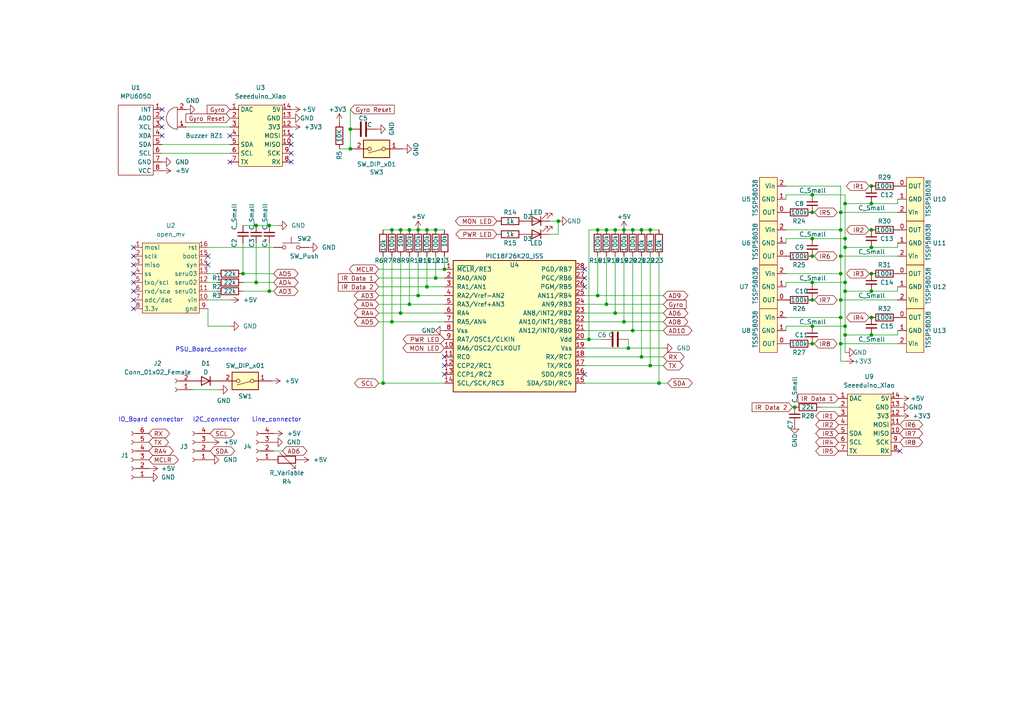
<source format=kicad_sch>
(kicad_sch (version 20211123) (generator eeschema)
  (paper "A4")
  (lib_symbols
    (symbol "Connector:Conn_01x02_Female" (pin_names (offset 1.016) hide)
      (property "Reference" "J" (at 0 2.54 0))
      (property "Value" "Conn_01x02_Female" (at 0 -5.08 0))
      (symbol "Conn_01x02_Female_1_1"
        (pin passive line (at -5.08 0 0) (length 3.81) (name "Pin_1") (number "1"))
        (pin passive line (at -5.08 -2.54 0) (length 3.81) (name "Pin_2") (number "2"))
      )
    )
    (symbol "Connector:Conn_01x04_Female" (pin_names (offset 1.016) hide)
      (property "Reference" "J" (at 0 5.08 0))
      (property "Value" "Conn_01x04_Female" (at 0 -7.62 0))
      (symbol "Conn_01x04_Female_1_1"
        (pin passive line (at -5.08 2.54 0) (length 3.81) (name "Pin_1") (number "1"))
        (pin passive line (at -5.08 0 0) (length 3.81) (name "Pin_2") (number "2"))
        (pin passive line (at -5.08 -2.54 0) (length 3.81) (name "Pin_3") (number "3"))
        (pin passive line (at -5.08 -5.08 0) (length 3.81) (name "Pin_4") (number "4"))
      )
    )
    (symbol "Connector:Conn_01x06_Female" (pin_names (offset 1.016) hide)
      (property "Reference" "J" (at 0 7.62 0))
      (property "Value" "Conn_01x06_Female" (at 0 -10.16 0))
      (symbol "Conn_01x06_Female_1_1"
        (pin passive line (at -5.08 5.08 0) (length 3.81) (name "Pin_1") (number "1"))
        (pin passive line (at -5.08 2.54 0) (length 3.81) (name "Pin_2") (number "2"))
        (pin passive line (at -5.08 0 0) (length 3.81) (name "Pin_3") (number "3"))
        (pin passive line (at -5.08 -2.54 0) (length 3.81) (name "Pin_4") (number "4"))
        (pin passive line (at -5.08 -5.08 0) (length 3.81) (name "Pin_5") (number "5"))
        (pin passive line (at -5.08 -7.62 0) (length 3.81) (name "Pin_6") (number "6"))
      )
    )
    (symbol "Device:Buzzer" (pin_names (offset 0.0254) hide)
      (property "Reference" "BZ" (at 3.81 1.27 0))
      (property "Value" "Buzzer" (at 3.81 -1.27 0))
      (symbol "Buzzer_1_1"
        (pin passive line (at -2.54 2.54 0) (length 2.54) (name "-") (number "1"))
        (pin passive line (at -2.54 -2.54 0) (length 2.54) (name "+") (number "2"))
      )
    )
    (symbol "Device:C" (pin_numbers hide) (pin_names (offset 0.254))
      (property "Reference" "C" (at 0.635 2.54 0))
      (property "Value" "C" (at 0.635 -2.54 0))
      (symbol "C_1_1"
        (pin passive line (at 0 3.81 270) (length 2.794) (name "~") (number "1"))
        (pin passive line (at 0 -3.81 90) (length 2.794) (name "~") (number "2"))
      )
    )
    (symbol "Device:C_Small" (pin_numbers hide) (pin_names (offset 0.254) hide)
      (property "Reference" "C" (at 0.254 1.778 0))
      (property "Value" "C_Small" (at 0.254 -2.032 0))
      (symbol "C_Small_1_1"
        (pin passive line (at 0 2.54 270) (length 2.032) (name "~") (number "1"))
        (pin passive line (at 0 -2.54 90) (length 2.032) (name "~") (number "2"))
      )
    )
    (symbol "Device:D" (pin_numbers hide) (pin_names (offset 1.016) hide)
      (property "Reference" "D" (at 0 2.54 0))
      (property "Value" "D" (at 0 -2.54 0))
      (symbol "D_1_1"
        (pin passive line (at -3.81 0 0) (length 2.54) (name "K") (number "1"))
        (pin passive line (at 3.81 0 180) (length 2.54) (name "A") (number "2"))
      )
    )
    (symbol "Device:LED" (pin_numbers hide) (pin_names (offset 1.016) hide)
      (property "Reference" "D" (at 0 2.54 0))
      (property "Value" "LED" (at 0 -2.54 0))
      (symbol "LED_1_1"
        (pin passive line (at -3.81 0 0) (length 2.54) (name "K") (number "1"))
        (pin passive line (at 3.81 0 180) (length 2.54) (name "A") (number "2"))
      )
    )
    (symbol "Device:R" (pin_numbers hide) (pin_names (offset 0))
      (property "Reference" "R" (at 2.032 0 90))
      (property "Value" "R" (at 0 0 90))
      (symbol "R_1_1"
        (pin passive line (at 0 3.81 270) (length 1.27) (name "~") (number "1"))
        (pin passive line (at 0 -3.81 90) (length 1.27) (name "~") (number "2"))
      )
    )
    (symbol "Device:R_Variable" (pin_numbers hide) (pin_names (offset 0))
      (property "Reference" "R" (at 2.54 -2.54 90))
      (property "Value" "R_Variable" (at -2.54 -1.27 90))
      (symbol "R_Variable_1_1"
        (pin passive line (at 0 3.81 270) (length 1.27) (name "~") (number "1"))
        (pin passive line (at 0 -3.81 90) (length 1.27) (name "~") (number "2"))
      )
    )
    (symbol "Switch:SW_DIP_x01" (pin_names (offset 0) hide)
      (property "Reference" "SW" (at 0 3.81 0))
      (property "Value" "SW_DIP_x01" (at 0 -3.81 0))
      (symbol "SW_DIP_x01_1_1"
        (pin passive line (at -7.62 0 0) (length 5.08) (name "~") (number "1"))
        (pin passive line (at 7.62 0 180) (length 5.08) (name "~") (number "2"))
      )
    )
    (symbol "Switch:SW_Push" (pin_numbers hide) (pin_names (offset 1.016) hide)
      (property "Reference" "SW" (at 1.27 2.54 0))
      (property "Value" "SW_Push" (at 0 -1.524 0))
      (symbol "SW_Push_0_1"
        (pin passive line (at -5.08 0 0) (length 2.54) (name "1") (number "1"))
        (pin passive line (at 5.08 0 180) (length 2.54) (name "2") (number "2"))
      )
    )
    (symbol "TSSP58038_1"
      (property "Reference" "U" (at 0 8.89 0))
      (property "Value" "TSSP58038_1" (at 0 6.35 0))
      (symbol "TSSP58038_1_1_1"
        (pin output line (at -3.81 -2.54 90) (length 2.54) (name "OUT") (number "0"))
        (pin input line (at 0 -2.54 90) (length 2.54) (name "GND") (number "1"))
        (pin power_in line (at 3.81 -2.54 90) (length 2.54) (name "Vin") (number "2"))
      )
    )
    (symbol "TSSP58038_2"
      (property "Reference" "U" (at 0 8.89 0))
      (property "Value" "TSSP58038_2" (at 0 6.35 0))
      (symbol "TSSP58038_2_1_1"
        (pin output line (at -3.81 -2.54 90) (length 2.54) (name "OUT") (number "0"))
        (pin input line (at 0 -2.54 90) (length 2.54) (name "GND") (number "1"))
        (pin power_in line (at 3.81 -2.54 90) (length 2.54) (name "Vin") (number "2"))
      )
    )
    (symbol "TSSP58038_3"
      (property "Reference" "U" (at 0 8.89 0))
      (property "Value" "TSSP58038_3" (at 0 6.35 0))
      (symbol "TSSP58038_3_1_1"
        (pin output line (at -3.81 -2.54 90) (length 2.54) (name "OUT") (number "0"))
        (pin input line (at 0 -2.54 90) (length 2.54) (name "GND") (number "1"))
        (pin power_in line (at 3.81 -2.54 90) (length 2.54) (name "Vin") (number "2"))
      )
    )
    (symbol "TSSP58038_4"
      (property "Reference" "U" (at 0 8.89 0))
      (property "Value" "TSSP58038_4" (at 0 6.35 0))
      (symbol "TSSP58038_4_1_1"
        (pin output line (at -3.81 -2.54 90) (length 2.54) (name "OUT") (number "0"))
        (pin input line (at 0 -2.54 90) (length 2.54) (name "GND") (number "1"))
        (pin power_in line (at 3.81 -2.54 90) (length 2.54) (name "Vin") (number "2"))
      )
    )
    (symbol "TSSP58038_7"
      (property "Reference" "U" (at 0 8.89 0))
      (property "Value" "TSSP58038_7" (at 0 6.35 0))
      (symbol "TSSP58038_7_1_1"
        (pin output line (at -3.81 -2.54 90) (length 2.54) (name "OUT") (number "0"))
        (pin input line (at 0 -2.54 90) (length 2.54) (name "GND") (number "1"))
        (pin power_in line (at 3.81 -2.54 90) (length 2.54) (name "Vin") (number "2"))
      )
    )
    (symbol "mpu6050:MPU6050"
      (property "Reference" "U" (at 0 2.54 0))
      (property "Value" "MPU6050" (at 0 0 0))
      (symbol "MPU6050_1_1"
        (pin bidirectional line (at 8.89 -13.97 90) (length 2.54) (name "INT") (number "1"))
        (pin bidirectional line (at 6.35 -13.97 90) (length 2.54) (name "ADO") (number "2"))
        (pin bidirectional line (at 3.81 -13.97 90) (length 2.54) (name "XCL") (number "3"))
        (pin bidirectional line (at 1.27 -13.97 90) (length 2.54) (name "XDA") (number "4"))
        (pin bidirectional line (at -1.27 -13.97 90) (length 2.54) (name "SDA") (number "5"))
        (pin bidirectional line (at -3.81 -13.97 90) (length 2.54) (name "SCL") (number "6"))
        (pin bidirectional line (at -6.35 -13.97 90) (length 2.54) (name "GND") (number "7"))
        (pin bidirectional line (at -8.89 -13.97 90) (length 2.54) (name "VCC") (number "8"))
      )
    )
    (symbol "open_mv:open_mv"
      (property "Reference" "U" (at 0 3.81 0))
      (property "Value" "open_mv" (at 0 1.27 0))
      (symbol "open_mv_1_1"
        (pin bidirectional line (at -11.43 -1.27 0) (length 2.54) (name "mosi") (number "1"))
        (pin power_out line (at 10.16 -16.51 180) (length 2.54) (name "vin") (number "10"))
        (pin bidirectional line (at 10.16 -13.97 180) (length 2.54) (name "seru01") (number "11"))
        (pin bidirectional line (at 10.16 -11.43 180) (length 2.54) (name "seru02") (number "12"))
        (pin bidirectional line (at 10.16 -8.89 180) (length 2.54) (name "seru03") (number "13"))
        (pin bidirectional line (at 10.16 -6.35 180) (length 2.54) (name "syn") (number "14"))
        (pin bidirectional line (at 10.16 -3.81 180) (length 2.54) (name "boot") (number "15"))
        (pin bidirectional line (at 10.16 -1.27 180) (length 2.54) (name "rst") (number "16"))
        (pin bidirectional line (at -11.43 -3.81 0) (length 2.54) (name "sclk") (number "2"))
        (pin bidirectional line (at -11.43 -6.35 0) (length 2.54) (name "miso") (number "3"))
        (pin bidirectional line (at -11.43 -8.89 0) (length 2.54) (name "ss") (number "4"))
        (pin bidirectional line (at -11.43 -11.43 0) (length 2.54) (name "txo/scl") (number "5"))
        (pin bidirectional line (at -11.43 -13.97 0) (length 2.54) (name "rxd/sca") (number "6"))
        (pin bidirectional line (at -11.43 -16.51 0) (length 2.54) (name "adc/dac") (number "7"))
        (pin power_out line (at -11.43 -19.05 0) (length 2.54) (name "3.3v") (number "8"))
        (pin bidirectional line (at 10.16 -19.05 180) (length 2.54) (name "gnd") (number "9"))
      )
    )
    (symbol "power:+3.3V" (power) (pin_names (offset 0))
      (property "Value" "+3.3V" (at 0 3.556 0))
      (symbol "+3.3V_1_1"
        (pin power_in line (at 0 0 90) (length 0) hide (name "+3V3") (number "1"))
      )
    )
    (symbol "power:+5V" (power) (pin_names (offset 0))
      (property "Value" "+5V" (at 0 3.556 0))
      (symbol "+5V_1_1"
        (pin power_in line (at 0 0 90) (length 0) hide (name "+5V") (number "1"))
      )
    )
    (symbol "power:GND" (power) (pin_names (offset 0))
      (property "Value" "GND" (at 0 -3.81 0))
      (symbol "GND_1_1"
        (pin power_in line (at 0 0 270) (length 0) hide (name "GND") (number "1"))
      )
    )
    (symbol "seeeduino_xiao:Seeeduino_Xiao"
      (property "Reference" "U" (at 0 12.7 0))
      (property "Value" "Seeeduino_Xiao" (at 0 10.16 0))
      (symbol "Seeeduino_Xiao_1_1"
        (pin bidirectional line (at -8.89 6.35 0) (length 2.54) (name "DAC") (number "1"))
        (pin bidirectional line (at 8.89 -3.81 180) (length 2.54) (name "MISO") (number "10"))
        (pin bidirectional line (at 8.89 -1.27 180) (length 2.54) (name "MOSI") (number "11"))
        (pin power_out line (at 8.89 1.27 180) (length 2.54) (name "3V3") (number "12"))
        (pin bidirectional line (at 8.89 3.81 180) (length 2.54) (name "GND") (number "13"))
        (pin power_in line (at 8.89 6.35 180) (length 2.54) (name "5V") (number "14"))
        (pin bidirectional line (at -8.89 3.81 0) (length 2.54) (name "") (number "2"))
        (pin bidirectional line (at -8.89 1.27 0) (length 2.54) (name "") (number "3"))
        (pin bidirectional line (at -8.89 -1.27 0) (length 2.54) (name "") (number "4"))
        (pin bidirectional line (at -8.89 -3.81 0) (length 2.54) (name "SDA") (number "5"))
        (pin bidirectional line (at -8.89 -6.35 0) (length 2.54) (name "SCL") (number "6"))
        (pin bidirectional line (at -8.89 -8.89 0) (length 2.54) (name "TX") (number "7"))
        (pin bidirectional line (at 8.89 -8.89 180) (length 2.54) (name "RX") (number "8"))
        (pin bidirectional line (at 8.89 -6.35 180) (length 2.54) (name "SCK") (number "9"))
      )
    )
    (symbol "tj3b pic:PIC18F26K20_ISS" (pin_names (offset 1.016))
      (property "Reference" "U" (at -17.78 24.13 0))
      (property "Value" "PIC18F26K20_ISS" (at 17.78 24.13 0))
      (symbol "PIC18F26K20_ISS_1_1"
        (pin bidirectional line (at -20.32 20.32 0) (length 2.54) (name "~{MCLR}/RE3") (number "1"))
        (pin input line (at -20.32 -2.54 0) (length 2.54) (name "RA6/OSC2/CLKOUT") (number "10"))
        (pin bidirectional line (at -20.32 -5.08 0) (length 2.54) (name "RC0") (number "11"))
        (pin bidirectional line (at -20.32 -7.62 0) (length 2.54) (name "CCP2/RC1") (number "12"))
        (pin bidirectional line (at -20.32 -10.16 0) (length 2.54) (name "CCP1/RC2") (number "13"))
        (pin bidirectional line (at -20.32 -12.7 0) (length 2.54) (name "SCL/SCK/RC3") (number "14"))
        (pin bidirectional line (at 20.32 -12.7 180) (length 2.54) (name "SDA/SDI/RC4") (number "15"))
        (pin bidirectional line (at 20.32 -10.16 180) (length 2.54) (name "SDO/RC5") (number "16"))
        (pin bidirectional line (at 20.32 -7.62 180) (length 2.54) (name "TX/RC6") (number "17"))
        (pin bidirectional line (at 20.32 -5.08 180) (length 2.54) (name "RX/RC7") (number "18"))
        (pin power_in line (at 20.32 -2.54 180) (length 2.54) (name "Vss") (number "19"))
        (pin bidirectional line (at -20.32 17.78 0) (length 2.54) (name "RA0/AN0") (number "2"))
        (pin power_in line (at 20.32 0 180) (length 2.54) (name "Vdd") (number "20"))
        (pin bidirectional line (at 20.32 2.54 180) (length 2.54) (name "AN12/INT0/RB0") (number "21"))
        (pin bidirectional line (at 20.32 5.08 180) (length 2.54) (name "AN10/INT1/RB1") (number "22"))
        (pin bidirectional line (at 20.32 7.62 180) (length 2.54) (name "AN8/INT2/RB2") (number "23"))
        (pin bidirectional line (at 20.32 10.16 180) (length 2.54) (name "AN9/RB3") (number "24"))
        (pin bidirectional line (at 20.32 12.7 180) (length 2.54) (name "AN11/RB4") (number "25"))
        (pin bidirectional line (at 20.32 15.24 180) (length 2.54) (name "PGM/RB5") (number "26"))
        (pin bidirectional line (at 20.32 17.78 180) (length 2.54) (name "PGC/RB6") (number "27"))
        (pin bidirectional line (at 20.32 20.32 180) (length 2.54) (name "PGD/RB7") (number "28"))
        (pin bidirectional line (at -20.32 15.24 0) (length 2.54) (name "RA1/AN1") (number "3"))
        (pin bidirectional line (at -20.32 12.7 0) (length 2.54) (name "RA2/Vref-AN2") (number "4"))
        (pin bidirectional line (at -20.32 10.16 0) (length 2.54) (name "RA3/Vref+AN3") (number "5"))
        (pin power_in line (at -20.32 7.62 0) (length 2.54) (name "RA4") (number "6"))
        (pin bidirectional line (at -20.32 5.08 0) (length 2.54) (name "RA5/AN4") (number "7"))
        (pin power_in line (at -20.32 2.54 0) (length 2.54) (name "Vss") (number "8"))
        (pin input line (at -20.32 0 0) (length 2.54) (name "RA7/OSC1/CLKIN") (number "9"))
      )
    )
  )
  (junction (at 70.485 79.375))
  (junction (at 126.365 66.675))
  (junction (at 245.11 69.215))
  (junction (at 74.295 65.405))
  (junction (at 243.84 92.075))
  (junction (at 235.585 56.515))
  (junction (at 252.73 71.755))
  (junction (at 183.515 95.885))
  (junction (at 243.84 99.695))
  (junction (at 74.295 81.915))
  (junction (at 161.925 64.135))
  (junction (at 123.825 83.185))
  (junction (at 111.125 111.125))
  (junction (at 235.585 81.915))
  (junction (at 78.105 84.455))
  (junction (at 252.73 66.675))
  (junction (at 101.6 43.18))
  (junction (at 173.355 85.725))
  (junction (at 178.435 90.805))
  (junction (at 118.745 88.265))
  (junction (at 245.11 84.455))
  (junction (at 245.11 94.615))
  (junction (at 123.825 66.675))
  (junction (at 173.355 66.675))
  (junction (at 126.365 80.645))
  (junction (at 186.055 66.675))
  (junction (at 121.285 66.675))
  (junction (at 116.205 90.805))
  (junction (at 235.585 61.595))
  (junction (at 252.73 97.155))
  (junction (at 186.055 103.505))
  (junction (at 170.815 98.425))
  (junction (at 191.135 111.125))
  (junction (at 245.11 59.055))
  (junction (at 78.105 65.405))
  (junction (at 116.205 66.675))
  (junction (at 235.585 74.295))
  (junction (at 113.665 93.345))
  (junction (at 243.84 79.375))
  (junction (at 183.515 66.675))
  (junction (at 252.73 79.375))
  (junction (at 252.73 53.975))
  (junction (at 245.11 97.155))
  (junction (at 252.73 59.055))
  (junction (at 243.84 61.595))
  (junction (at 178.435 66.675))
  (junction (at 235.585 94.615))
  (junction (at 235.585 86.995))
  (junction (at 188.595 106.045))
  (junction (at 180.975 66.675))
  (junction (at 243.84 66.675))
  (junction (at 128.905 78.105))
  (junction (at 101.6 37.465))
  (junction (at 252.73 84.455))
  (junction (at 188.595 66.675))
  (junction (at 182.245 100.965))
  (junction (at 245.11 81.915))
  (junction (at 175.895 66.675))
  (junction (at 113.665 66.675))
  (junction (at 235.585 99.695))
  (junction (at 121.285 85.725))
  (junction (at 243.84 86.995))
  (junction (at 252.73 92.075))
  (junction (at 245.11 71.755))
  (junction (at 180.975 93.345))
  (junction (at 243.84 74.295))
  (junction (at 235.585 69.215))
  (junction (at 118.745 66.675))
  (junction (at 175.895 88.265))
  (junction (at 230.505 118.11))
  (no_connect (at 128.905 108.585))
  (no_connect (at 38.735 74.295))
  (no_connect (at 38.735 76.835))
  (no_connect (at 46.99 39.37))
  (no_connect (at 46.99 36.83))
  (no_connect (at 46.99 34.29))
  (no_connect (at 46.99 31.75))
  (no_connect (at 169.545 108.585))
  (no_connect (at 38.735 71.755))
  (no_connect (at 260.985 130.81))
  (no_connect (at 66.675 46.99))
  (no_connect (at 84.455 44.45))
  (no_connect (at 84.455 41.91))
  (no_connect (at 84.455 46.99))
  (no_connect (at 66.675 39.37))
  (no_connect (at 84.455 39.37))
  (no_connect (at 38.735 86.995))
  (no_connect (at 38.735 79.375))
  (no_connect (at 128.905 106.045))
  (no_connect (at 60.325 74.295))
  (no_connect (at 169.545 80.645))
  (no_connect (at 38.735 84.455))
  (no_connect (at 38.735 81.915))
  (no_connect (at 128.905 103.505))
  (no_connect (at 169.545 83.185))
  (no_connect (at 38.735 89.535))
  (no_connect (at 60.325 76.835))
  (no_connect (at 169.545 78.105))
  (wire (pts (xy 245.11 71.755) (xy 245.11 81.915)))
  (wire (pts (xy 245.11 56.515) (xy 245.11 59.055)))
  (wire (pts (xy 74.295 81.915) (xy 70.485 81.915)))
  (wire (pts (xy 78.105 84.455) (xy 70.485 84.455)))
  (wire (pts (xy 109.855 78.105) (xy 128.905 78.105)))
  (wire (pts (xy 111.125 66.675) (xy 113.665 66.675)))
  (wire (pts (xy 243.84 74.295) (xy 260.35 74.295)))
  (wire (pts (xy 109.855 88.265) (xy 118.745 88.265)))
  (wire (pts (xy 123.825 83.185) (xy 128.905 83.185)))
  (wire (pts (xy 113.665 93.345) (xy 128.905 93.345)))
  (wire (pts (xy 252.095 66.675) (xy 252.73 66.675)))
  (wire (pts (xy 252.095 79.375) (xy 252.73 79.375)))
  (wire (pts (xy 245.11 69.215) (xy 245.11 71.755)))
  (wire (pts (xy 245.11 84.455) (xy 252.73 84.455)))
  (wire (pts (xy 169.545 106.045) (xy 188.595 106.045)))
  (wire (pts (xy 109.855 93.345) (xy 113.665 93.345)))
  (wire (pts (xy 227.965 53.975) (xy 243.84 53.975)))
  (wire (pts (xy 243.84 66.675) (xy 243.84 74.295)))
  (wire (pts (xy 227.965 81.915) (xy 235.585 81.915)))
  (wire (pts (xy 245.11 97.155) (xy 252.73 97.155)))
  (wire (pts (xy 186.055 103.505) (xy 192.405 103.505)))
  (wire (pts (xy 101.6 43.18) (xy 101.6 37.465)))
  (wire (pts (xy 260.35 84.455) (xy 260.35 83.185)))
  (wire (pts (xy 227.965 95.885) (xy 227.965 94.615)))
  (wire (pts (xy 245.11 104.775) (xy 243.84 104.775)))
  (wire (pts (xy 173.355 66.675) (xy 175.895 66.675)))
  (wire (pts (xy 169.545 95.885) (xy 183.515 95.885)))
  (wire (pts (xy 260.35 97.155) (xy 252.73 97.155)))
  (wire (pts (xy 62.865 84.455) (xy 60.325 84.455)))
  (wire (pts (xy 53.975 36.83) (xy 66.675 36.83)))
  (wire (pts (xy 243.84 86.995) (xy 260.35 86.995)))
  (wire (pts (xy 178.435 90.805) (xy 192.405 90.805)))
  (wire (pts (xy 126.365 80.645) (xy 128.905 80.645)))
  (wire (pts (xy 175.895 88.265) (xy 192.405 88.265)))
  (wire (pts (xy 159.385 67.945) (xy 161.925 67.945)))
  (wire (pts (xy 101.6 31.75) (xy 101.6 37.465)))
  (wire (pts (xy 235.585 69.215) (xy 245.11 69.215)))
  (wire (pts (xy 62.865 81.915) (xy 60.325 81.915)))
  (wire (pts (xy 188.595 74.295) (xy 188.595 106.045)))
  (wire (pts (xy 186.055 66.675) (xy 183.515 66.675)))
  (wire (pts (xy 236.22 74.295) (xy 235.585 74.295)))
  (wire (pts (xy 260.35 95.885) (xy 260.35 97.155)))
  (wire (pts (xy 243.84 74.295) (xy 243.84 79.375)))
  (wire (pts (xy 245.11 94.615) (xy 245.11 97.155)))
  (wire (pts (xy 78.105 70.485) (xy 78.105 84.455)))
  (wire (pts (xy 227.965 56.515) (xy 227.965 57.785)))
  (wire (pts (xy 180.975 74.295) (xy 180.975 93.345)))
  (wire (pts (xy 191.135 111.125) (xy 193.675 111.125)))
  (wire (pts (xy 227.965 69.215) (xy 235.585 69.215)))
  (wire (pts (xy 121.285 74.295) (xy 121.285 85.725)))
  (wire (pts (xy 173.355 85.725) (xy 192.405 85.725)))
  (wire (pts (xy 236.22 86.995) (xy 235.585 86.995)))
  (wire (pts (xy 245.11 97.155) (xy 245.11 102.235)))
  (wire (pts (xy 175.895 74.295) (xy 175.895 88.265)))
  (wire (pts (xy 74.295 65.405) (xy 78.105 65.405)))
  (wire (pts (xy 111.125 111.125) (xy 128.905 111.125)))
  (wire (pts (xy 159.385 64.135) (xy 161.925 64.135)))
  (wire (pts (xy 79.375 84.455) (xy 78.105 84.455)))
  (wire (pts (xy 245.11 59.055) (xy 245.11 69.215)))
  (wire (pts (xy 118.745 66.675) (xy 121.285 66.675)))
  (wire (pts (xy 243.84 104.775) (xy 243.84 99.695)))
  (wire (pts (xy 161.925 67.945) (xy 161.925 64.135)))
  (wire (pts (xy 188.595 66.675) (xy 191.135 66.675)))
  (wire (pts (xy 116.205 90.805) (xy 128.905 90.805)))
  (wire (pts (xy 169.545 103.505) (xy 186.055 103.505)))
  (wire (pts (xy 227.965 79.375) (xy 243.84 79.375)))
  (wire (pts (xy 126.365 66.675) (xy 128.905 66.675)))
  (wire (pts (xy 227.965 83.185) (xy 227.965 81.915)))
  (wire (pts (xy 260.35 59.055) (xy 260.35 57.785)))
  (wire (pts (xy 227.965 66.675) (xy 243.84 66.675)))
  (wire (pts (xy 109.855 83.185) (xy 123.825 83.185)))
  (wire (pts (xy 227.965 70.485) (xy 227.965 69.215)))
  (wire (pts (xy 173.355 85.725) (xy 169.545 85.725)))
  (wire (pts (xy 60.325 89.535) (xy 60.325 94.615)))
  (wire (pts (xy 109.855 111.125) (xy 111.125 111.125)))
  (wire (pts (xy 175.895 66.675) (xy 178.435 66.675)))
  (wire (pts (xy 229.87 118.11) (xy 230.505 118.11)))
  (wire (pts (xy 169.545 88.265) (xy 175.895 88.265)))
  (wire (pts (xy 169.545 90.805) (xy 178.435 90.805)))
  (wire (pts (xy 191.135 74.295) (xy 191.135 111.125)))
  (wire (pts (xy 70.485 65.405) (xy 74.295 65.405)))
  (wire (pts (xy 188.595 106.045) (xy 192.405 106.045)))
  (wire (pts (xy 182.245 100.965) (xy 192.405 100.965)))
  (wire (pts (xy 178.435 74.295) (xy 178.435 90.805)))
  (wire (pts (xy 243.84 79.375) (xy 243.84 86.995)))
  (wire (pts (xy 183.515 95.885) (xy 192.405 95.885)))
  (wire (pts (xy 245.11 84.455) (xy 245.11 94.615)))
  (wire (pts (xy 46.99 44.45) (xy 66.675 44.45)))
  (wire (pts (xy 260.35 70.485) (xy 260.35 71.755)))
  (wire (pts (xy 170.815 98.425) (xy 174.625 98.425)))
  (wire (pts (xy 243.84 92.075) (xy 243.84 99.695)))
  (wire (pts (xy 243.84 86.995) (xy 243.84 92.075)))
  (wire (pts (xy 98.425 43.18) (xy 101.6 43.18)))
  (wire (pts (xy 113.665 66.675) (xy 116.205 66.675)))
  (wire (pts (xy 245.11 71.755) (xy 252.73 71.755)))
  (wire (pts (xy 169.545 111.125) (xy 191.135 111.125)))
  (wire (pts (xy 111.125 74.295) (xy 111.125 111.125)))
  (wire (pts (xy 121.285 85.725) (xy 128.905 85.725)))
  (wire (pts (xy 243.84 61.595) (xy 243.84 66.675)))
  (wire (pts (xy 62.865 79.375) (xy 60.325 79.375)))
  (wire (pts (xy 236.22 61.595) (xy 235.585 61.595)))
  (wire (pts (xy 252.095 53.975) (xy 252.73 53.975)))
  (wire (pts (xy 180.975 66.675) (xy 183.515 66.675)))
  (wire (pts (xy 109.855 85.725) (xy 121.285 85.725)))
  (wire (pts (xy 78.105 65.405) (xy 80.645 65.405)))
  (wire (pts (xy 182.245 98.425) (xy 182.245 100.965)))
  (wire (pts (xy 116.205 66.675) (xy 118.745 66.675)))
  (wire (pts (xy 186.055 66.675) (xy 188.595 66.675)))
  (wire (pts (xy 123.825 66.675) (xy 126.365 66.675)))
  (wire (pts (xy 180.975 93.345) (xy 192.405 93.345)))
  (wire (pts (xy 170.815 66.675) (xy 173.355 66.675)))
  (wire (pts (xy 46.99 41.91) (xy 66.675 41.91)))
  (wire (pts (xy 252.73 71.755) (xy 260.35 71.755)))
  (wire (pts (xy 235.585 94.615) (xy 245.11 94.615)))
  (wire (pts (xy 183.515 74.295) (xy 183.515 95.885)))
  (wire (pts (xy 186.055 74.295) (xy 186.055 103.505)))
  (wire (pts (xy 109.855 90.805) (xy 116.205 90.805)))
  (wire (pts (xy 252.73 59.055) (xy 260.35 59.055)))
  (wire (pts (xy 118.745 88.265) (xy 128.905 88.265)))
  (wire (pts (xy 235.585 81.915) (xy 245.11 81.915)))
  (wire (pts (xy 79.375 79.375) (xy 70.485 79.375)))
  (wire (pts (xy 243.84 61.595) (xy 260.35 61.595)))
  (wire (pts (xy 235.585 56.515) (xy 245.11 56.515)))
  (wire (pts (xy 169.545 100.965) (xy 182.245 100.965)))
  (wire (pts (xy 109.855 80.645) (xy 126.365 80.645)))
  (wire (pts (xy 245.11 59.055) (xy 252.73 59.055)))
  (wire (pts (xy 170.815 98.425) (xy 170.815 66.675)))
  (wire (pts (xy 126.365 74.295) (xy 126.365 80.645)))
  (wire (pts (xy 252.095 92.075) (xy 252.73 92.075)))
  (wire (pts (xy 169.545 98.425) (xy 170.815 98.425)))
  (wire (pts (xy 236.22 99.695) (xy 235.585 99.695)))
  (wire (pts (xy 227.965 94.615) (xy 235.585 94.615)))
  (wire (pts (xy 252.73 84.455) (xy 260.35 84.455)))
  (wire (pts (xy 128.905 74.295) (xy 128.905 78.105)))
  (wire (pts (xy 169.545 93.345) (xy 180.975 93.345)))
  (wire (pts (xy 55.88 113.03) (xy 63.5 113.03)))
  (wire (pts (xy 79.375 130.81) (xy 81.915 130.81)))
  (wire (pts (xy 79.375 71.755) (xy 60.325 71.755)))
  (wire (pts (xy 118.745 74.295) (xy 118.745 88.265)))
  (wire (pts (xy 116.205 74.295) (xy 116.205 90.805)))
  (wire (pts (xy 74.295 70.485) (xy 74.295 81.915)))
  (wire (pts (xy 243.84 53.975) (xy 243.84 61.595)))
  (wire (pts (xy 173.355 74.295) (xy 173.355 85.725)))
  (wire (pts (xy 60.325 86.995) (xy 66.675 86.995)))
  (wire (pts (xy 123.825 74.295) (xy 123.825 83.185)))
  (wire (pts (xy 121.285 66.675) (xy 123.825 66.675)))
  (wire (pts (xy 113.665 74.295) (xy 113.665 93.345)))
  (wire (pts (xy 227.965 92.075) (xy 243.84 92.075)))
  (wire (pts (xy 243.84 99.695) (xy 260.35 99.695)))
  (wire (pts (xy 70.485 70.485) (xy 70.485 79.375)))
  (wire (pts (xy 178.435 66.675) (xy 180.975 66.675)))
  (wire (pts (xy 235.585 56.515) (xy 227.965 56.515)))
  (wire (pts (xy 238.125 118.11) (xy 243.205 118.11)))
  (wire (pts (xy 79.375 81.915) (xy 74.295 81.915)))
  (wire (pts (xy 60.325 94.615) (xy 66.675 94.615)))
  (wire (pts (xy 245.11 81.915) (xy 245.11 84.455)))
  (text "PSU_Board_connector" (at 50.8 102.235 0) (effects (font (size 1.27 1.27)) (justify left bottom)))
  (text "Line_connector" (at 73.025 122.555 0) (effects (font (size 1.27 1.27)) (justify left bottom)))
  (text "I2C_connector" (at 55.88 122.555 0) (effects (font (size 1.27 1.27)) (justify left bottom)))
  (text "IO_Board connector" (at 34.29 122.555 0) (effects (font (size 1.27 1.27)) (justify left bottom)))
  (global_label "IR3" (shape bidirectional) (at 252.095 79.375 180) (property "Intersheet References" "${INTERSHEET_REFS}" (effects hide)))
  (global_label "AD6" (shape bidirectional) (at 81.915 130.81 0) (property "Intersheet References" "${INTERSHEET_REFS}" (effects hide)))
  (global_label "PWR LED" (shape bidirectional) (at 128.905 98.425 180) (property "Intersheet References" "${INTERSHEET_REFS}" (effects hide)))
  (global_label "RX" (shape bidirectional) (at 192.405 103.505 0) (property "Intersheet References" "${INTERSHEET_REFS}" (effects hide)))
  (global_label "AD4" (shape bidirectional) (at 79.375 81.915 0) (property "Intersheet References" "${INTERSHEET_REFS}" (effects hide)))
  (global_label "Gyro Reset" (shape input) (at 66.675 34.29 180) (property "Intersheet References" "${INTERSHEET_REFS}" (effects hide)))
  (global_label "AD8" (shape bidirectional) (at 192.405 93.345 0) (property "Intersheet References" "${INTERSHEET_REFS}" (effects hide)))
  (global_label "Gyro Reset" (shape input) (at 101.6 31.75 0) (property "Intersheet References" "${INTERSHEET_REFS}" (effects hide)))
  (global_label "AD5" (shape bidirectional) (at 79.375 79.375 0) (property "Intersheet References" "${INTERSHEET_REFS}" (effects hide)))
  (global_label "IR2" (shape bidirectional) (at 252.095 66.675 180) (property "Intersheet References" "${INTERSHEET_REFS}" (effects hide)))
  (global_label "MON LED" (shape bidirectional) (at 128.905 100.965 180) (property "Intersheet References" "${INTERSHEET_REFS}" (effects hide)))
  (global_label "MCLR" (shape bidirectional) (at 43.18 133.35 0) (property "Intersheet References" "${INTERSHEET_REFS}" (effects hide)))
  (global_label "IR Data 2" (shape input) (at 109.855 83.185 180) (property "Intersheet References" "${INTERSHEET_REFS}" (effects hide)))
  (global_label "PWR LED" (shape bidirectional) (at 144.145 67.945 180) (property "Intersheet References" "${INTERSHEET_REFS}" (effects hide)))
  (global_label "IR4" (shape bidirectional) (at 252.095 92.075 180) (property "Intersheet References" "${INTERSHEET_REFS}" (effects hide)))
  (global_label "TX" (shape bidirectional) (at 192.405 106.045 0) (property "Intersheet References" "${INTERSHEET_REFS}" (effects hide)))
  (global_label "Gyro" (shape input) (at 192.405 88.265 0) (property "Intersheet References" "${INTERSHEET_REFS}" (effects hide)))
  (global_label "AD3" (shape bidirectional) (at 79.375 84.455 0) (property "Intersheet References" "${INTERSHEET_REFS}" (effects hide)))
  (global_label "AD5" (shape bidirectional) (at 109.855 93.345 180) (property "Intersheet References" "${INTERSHEET_REFS}" (effects hide)))
  (global_label "MON LED" (shape bidirectional) (at 144.145 64.135 180) (property "Intersheet References" "${INTERSHEET_REFS}" (effects hide)))
  (global_label "RX" (shape bidirectional) (at 43.18 125.73 0) (property "Intersheet References" "${INTERSHEET_REFS}" (effects hide)))
  (global_label "IR Data 1" (shape input) (at 243.205 115.57 180) (property "Intersheet References" "${INTERSHEET_REFS}" (effects hide)))
  (global_label "IR1" (shape bidirectional) (at 252.095 53.975 180) (property "Intersheet References" "${INTERSHEET_REFS}" (effects hide)))
  (global_label "AD6" (shape bidirectional) (at 192.405 90.805 0) (property "Intersheet References" "${INTERSHEET_REFS}" (effects hide)))
  (global_label "AD4" (shape bidirectional) (at 109.855 88.265 180) (property "Intersheet References" "${INTERSHEET_REFS}" (effects hide)))
  (global_label "SDA" (shape bidirectional) (at 60.96 130.81 0) (property "Intersheet References" "${INTERSHEET_REFS}" (effects hide)))
  (global_label "SCL" (shape bidirectional) (at 109.855 111.125 180) (property "Intersheet References" "${INTERSHEET_REFS}" (effects hide)))
  (global_label "IR3" (shape bidirectional) (at 243.205 125.73 180) (property "Intersheet References" "${INTERSHEET_REFS}" (effects hide)))
  (global_label "TX" (shape bidirectional) (at 43.18 128.27 0) (property "Intersheet References" "${INTERSHEET_REFS}" (effects hide)))
  (global_label "AD10" (shape bidirectional) (at 192.405 95.885 0) (property "Intersheet References" "${INTERSHEET_REFS}" (effects hide)))
  (global_label "IR2" (shape bidirectional) (at 243.205 123.19 180) (property "Intersheet References" "${INTERSHEET_REFS}" (effects hide)))
  (global_label "AD9" (shape bidirectional) (at 192.405 85.725 0) (property "Intersheet References" "${INTERSHEET_REFS}" (effects hide)))
  (global_label "AD3" (shape bidirectional) (at 109.855 85.725 180) (property "Intersheet References" "${INTERSHEET_REFS}" (effects hide)))
  (global_label "IR1" (shape bidirectional) (at 243.205 120.65 180) (property "Intersheet References" "${INTERSHEET_REFS}" (effects hide)))
  (global_label "IR8" (shape bidirectional) (at 260.985 128.27 0) (property "Intersheet References" "${INTERSHEET_REFS}" (effects hide)))
  (global_label "RA4" (shape bidirectional) (at 43.18 130.81 0) (property "Intersheet References" "${INTERSHEET_REFS}" (effects hide)))
  (global_label "IR4" (shape bidirectional) (at 243.205 128.27 180) (property "Intersheet References" "${INTERSHEET_REFS}" (effects hide)))
  (global_label "SCL" (shape bidirectional) (at 60.96 125.73 0) (property "Intersheet References" "${INTERSHEET_REFS}" (effects hide)))
  (global_label "IR6" (shape bidirectional) (at 236.22 74.295 0) (property "Intersheet References" "${INTERSHEET_REFS}" (effects hide)))
  (global_label "MCLR" (shape bidirectional) (at 109.855 78.105 180) (property "Intersheet References" "${INTERSHEET_REFS}" (effects hide)))
  (global_label "IR Data 2" (shape input) (at 229.87 118.11 180) (property "Intersheet References" "${INTERSHEET_REFS}" (effects hide)))
  (global_label "SDA" (shape bidirectional) (at 193.675 111.125 0) (property "Intersheet References" "${INTERSHEET_REFS}" (effects hide)))
  (global_label "IR7" (shape bidirectional) (at 236.22 86.995 0) (property "Intersheet References" "${INTERSHEET_REFS}" (effects hide)))
  (global_label "IR Data 1" (shape input) (at 109.855 80.645 180) (property "Intersheet References" "${INTERSHEET_REFS}" (effects hide)))
  (global_label "IR5" (shape bidirectional) (at 236.22 61.595 0) (property "Intersheet References" "${INTERSHEET_REFS}" (effects hide)))
  (global_label "RA4" (shape bidirectional) (at 109.855 90.805 180) (property "Intersheet References" "${INTERSHEET_REFS}" (effects hide)))
  (global_label "IR5" (shape bidirectional) (at 243.205 130.81 180) (property "Intersheet References" "${INTERSHEET_REFS}" (effects hide)))
  (global_label "IR8" (shape bidirectional) (at 236.22 99.695 0) (property "Intersheet References" "${INTERSHEET_REFS}" (effects hide)))
  (global_label "Gyro" (shape input) (at 66.675 31.75 180) (property "Intersheet References" "${INTERSHEET_REFS}" (effects hide)))
  (global_label "IR7" (shape bidirectional) (at 260.985 125.73 0) (property "Intersheet References" "${INTERSHEET_REFS}" (effects hide)))
  (global_label "IR6" (shape bidirectional) (at 260.985 123.19 0) (property "Intersheet References" "${INTERSHEET_REFS}" (effects hide)))
  (symbol (lib_id "power:GND") (at 89.535 71.755 90) (unit 1)
    (property "Reference" "#PWR019" (effects hide))
    (property "Value" "GND" (at 93.345 71.7549 90) (effects (justify right)))
  )
  (symbol (lib_id "Device:C_Small") (at 74.295 67.945 180) (unit 1)
    (property "Reference" "C3" (at 73.025 70.485 90))
    (property "Value" "C_Small" (at 73.025 62.865 90))
    (property "Footprint" "Capacitor_SMD:C_0402_1005Metric" (effects hide))
  )
  (symbol (lib_name "TSSP58038_7") (lib_id "ir_sensor:TSSP58038") (at 225.425 57.785 90) (unit 1)
    (property "Reference" "U5" (at 217.805 57.785 90) (effects (justify left)))
    (property "Value" "TSSP58038" (at 219.075 62.865 0) (effects (justify left)))
    (property "Footprint" "Lib:TSSP58038_IR" (effects hide))
  )
  (symbol (lib_id "Device:C_Small") (at 235.585 97.155 0) (unit 1)
    (property "Reference" "C11" (at 230.505 97.155 0) (effects (justify left)))
    (property "Value" "C_Small" (at 231.775 93.345 0) (effects (justify left)))
    (property "Footprint" "Capacitor_SMD:C_0402_1005Metric" (effects hide))
  )
  (symbol (lib_id "Connector:Conn_01x04_Female") (at 55.88 130.81 180) (unit 1)
    (property "Reference" "J3" (at 53.34 129.54 0))
    (property "Value" "Conn_01x04_Female" (effects hide))
    (property "Footprint" "Connector_JST:JST_XH_B4B-XH-A_1x04_P2.50mm_Vertical" (effects hide))
  )
  (symbol (lib_id "power:+5V") (at 46.99 49.53 270) (unit 1)
    (property "Reference" "#PWR04" (effects hide))
    (property "Value" "+5V" (at 50.8 49.5299 90) (effects (justify left)))
  )
  (symbol (lib_id "Switch:SW_DIP_x01") (at 71.12 110.49 180) (unit 1)
    (property "Reference" "SW1" (at 71.12 114.935 0))
    (property "Value" "SW_DIP_x01" (at 71.12 106.045 0))
    (property "Footprint" "Lib:2MS1T2B4M2QES" (effects hide))
  )
  (symbol (lib_id "Device:C_Small") (at 235.585 59.055 0) (unit 1)
    (property "Reference" "C8" (at 230.505 59.055 0) (effects (justify left)))
    (property "Value" "C_Small" (at 231.775 55.245 0) (effects (justify left)))
    (property "Footprint" "Capacitor_SMD:C_0402_1005Metric" (effects hide))
  )
  (symbol (lib_id "power:+5V") (at 180.975 66.675 0) (unit 1)
    (property "Reference" "#PWR026" (effects hide))
    (property "Value" "+5V" (at 180.975 62.865 0))
  )
  (symbol (lib_id "power:+5V") (at 60.96 128.27 270) (unit 1)
    (property "Reference" "#PWR06" (effects hide))
    (property "Value" "+5V" (at 64.77 128.2699 90) (effects (justify left)))
  )
  (symbol (lib_id "Connector:Conn_01x02_Female") (at 50.8 113.03 180) (unit 1)
    (property "Reference" "J2" (at 45.72 105.41 0))
    (property "Value" "Conn_01x02_Female" (at 45.72 107.95 0))
    (property "Footprint" "Connector_JST:JST_XH_B2B-XH-A_1x02_P2.50mm_Vertical" (effects hide))
  )
  (symbol (lib_id "Device:R") (at 191.135 70.485 0) (unit 1)
    (property "Reference" "R23" (at 188.595 75.565 0) (effects (justify left)))
    (property "Value" "10k" (at 191.135 73.025 90) (effects (justify left)))
    (property "Footprint" "Resistor_SMD:R_0402_1005Metric" (effects hide))
  )
  (symbol (lib_id "power:+5V") (at 121.285 66.675 0) (unit 1)
    (property "Reference" "#PWR023" (effects hide))
    (property "Value" "+5V" (at 121.285 62.865 0))
  )
  (symbol (lib_id "power:GND") (at 53.975 31.75 90) (unit 1)
    (property "Reference" "#PWR05" (effects hide))
    (property "Value" "GND" (at 55.88 29.21 90))
  )
  (symbol (lib_id "power:GND") (at 79.375 128.27 90) (unit 1)
    (property "Reference" "#PWR013" (effects hide))
    (property "Value" "GND" (at 83.185 128.2699 90) (effects (justify right)))
  )
  (symbol (lib_id "Device:C_Small") (at 252.73 56.515 0) (unit 1)
    (property "Reference" "C12" (at 255.27 56.515 0) (effects (justify left)))
    (property "Value" "C_Small" (at 248.92 60.325 0) (effects (justify left)))
    (property "Footprint" "Capacitor_SMD:C_0402_1005Metric" (effects hide))
  )
  (symbol (lib_id "Device:R_Variable") (at 83.185 133.35 270) (unit 1)
    (property "Reference" "R4" (at 83.185 139.7 90))
    (property "Value" "R_Variable" (at 83.185 137.16 90))
    (property "Footprint" "可変抵抗:可変抵抗(小)" (effects hide))
  )
  (symbol (lib_id "Device:R") (at 175.895 70.485 0) (unit 1)
    (property "Reference" "R17" (at 173.355 75.565 0) (effects (justify left)))
    (property "Value" "100k" (at 175.895 73.025 90) (effects (justify left)))
    (property "Footprint" "Resistor_SMD:R_0402_1005Metric" (effects hide))
  )
  (symbol (lib_name "TSSP58038_1") (lib_id "ir_sensor:TSSP58038") (at 262.89 95.885 270) (unit 1)
    (property "Reference" "U13" (at 270.51 95.885 90) (effects (justify left)))
    (property "Value" "TSSP58038" (at 269.24 90.17 0) (effects (justify left)))
    (property "Footprint" "Lib:TSSP58038_IR" (effects hide))
  )
  (symbol (lib_id "Device:LED") (at 155.575 64.135 180) (unit 1)
    (property "Reference" "D2" (at 153.035 62.865 0))
    (property "Value" "LED" (at 155.575 61.595 0))
    (property "Footprint" "LED_SMD:LED_0402_1005Metric" (effects hide))
  )
  (symbol (lib_id "Device:R") (at 256.54 66.675 90) (unit 1)
    (property "Reference" "R30" (at 256.54 64.135 90))
    (property "Value" "100k" (at 256.54 66.675 90))
    (property "Footprint" "Resistor_SMD:R_0402_1005Metric" (effects hide))
  )
  (symbol (lib_id "Device:D") (at 59.69 110.49 180) (unit 1)
    (property "Reference" "D1" (at 59.69 105.41 0))
    (property "Value" "D" (at 59.69 107.95 0))
    (property "Footprint" "Diode_THT:D_DO-41_SOD81_P7.62mm_Horizontal" (effects hide))
  )
  (symbol (lib_id "power:GND") (at 116.84 43.18 90) (unit 1)
    (property "Reference" "#PWR022" (effects hide))
    (property "Value" "GND" (at 120.65 41.275 0) (effects (justify right)))
  )
  (symbol (lib_id "Device:R") (at 66.675 84.455 90) (unit 1)
    (property "Reference" "R3" (at 62.865 85.725 90))
    (property "Value" "22k" (at 66.675 84.455 90))
    (property "Footprint" "Resistor_SMD:R_0402_1005Metric" (effects hide))
  )
  (symbol (lib_id "power:+5V") (at 78.74 110.49 270) (unit 1)
    (property "Reference" "#PWR011" (effects hide))
    (property "Value" "+5V" (at 82.55 110.4899 90) (effects (justify left)))
  )
  (symbol (lib_id "power:GND") (at 230.505 123.19 0) (unit 1)
    (property "Reference" "#PWR028" (effects hide))
    (property "Value" "GND" (at 230.505 125.73 90) (effects (justify right)))
  )
  (symbol (lib_id "power:+5V") (at 79.375 125.73 270) (unit 1)
    (property "Reference" "#PWR012" (effects hide))
    (property "Value" "+5V" (at 83.185 125.7299 90) (effects (justify left)))
  )
  (symbol (lib_id "power:+3.3V") (at 245.11 104.775 270) (unit 1)
    (property "Reference" "#PWR030" (effects hide))
    (property "Value" "+3.3V" (at 250.19 104.775 90))
  )
  (symbol (lib_id "power:+3.3V") (at 98.425 35.56 0) (unit 1)
    (property "Reference" "#PWR020" (effects hide))
    (property "Value" "+3.3V" (at 95.25 31.75 0) (effects (justify left)))
  )
  (symbol (lib_id "power:GND") (at 63.5 113.03 90) (unit 1)
    (property "Reference" "#PWR08" (effects hide))
    (property "Value" "GND" (at 62.865 116.205 90) (effects (justify right)))
  )
  (symbol (lib_id "Device:R") (at 231.775 61.595 90) (unit 1)
    (property "Reference" "R24" (at 231.775 64.135 90))
    (property "Value" "100k" (at 231.775 61.595 90))
    (property "Footprint" "Resistor_SMD:R_0402_1005Metric" (effects hide))
  )
  (symbol (lib_id "Device:C_Small") (at 230.505 120.65 180) (unit 1)
    (property "Reference" "C7" (at 229.235 123.19 90))
    (property "Value" "C_Small" (at 230.505 113.03 90))
    (property "Footprint" "Capacitor_SMD:C_0402_1005Metric" (effects hide))
  )
  (symbol (lib_id "tj3b pic:PIC18F26K20_ISS") (at 149.225 98.425 0) (unit 1)
    (property "Reference" "U4" (at 149.225 76.835 0))
    (property "Value" "PIC18F26K20_ISS" (at 149.225 74.295 0))
    (property "Footprint" "Package_DIP:DIP-28_W7.62mm_Socket" (effects hide))
    (property "Datasheet" "http://ww1.microchip.com/downloads/en/DeviceDoc/40001303H.pdf" (effects hide))
  )
  (symbol (lib_id "Device:R") (at 123.825 70.485 0) (unit 1)
    (property "Reference" "R11" (at 121.285 75.565 0) (effects (justify left)))
    (property "Value" "100k" (at 123.825 73.025 90) (effects (justify left)))
    (property "Footprint" "Resistor_SMD:R_0402_1005Metric" (effects hide))
  )
  (symbol (lib_id "Device:R") (at 173.355 70.485 0) (unit 1)
    (property "Reference" "R16" (at 170.815 75.565 0) (effects (justify left)))
    (property "Value" "100k" (at 173.355 73.025 90) (effects (justify left)))
    (property "Footprint" "Resistor_SMD:R_0402_1005Metric" (effects hide))
  )
  (symbol (lib_id "Device:R") (at 231.775 74.295 90) (unit 1)
    (property "Reference" "R25" (at 231.775 76.835 90))
    (property "Value" "100k" (at 231.775 74.295 90))
    (property "Footprint" "Resistor_SMD:R_0402_1005Metric" (effects hide))
  )
  (symbol (lib_id "power:+3.3V") (at 260.985 120.65 270) (unit 1)
    (property "Reference" "#PWR033" (effects hide))
    (property "Value" "+3.3V" (at 267.335 120.65 90))
  )
  (symbol (lib_id "Device:C") (at 178.435 98.425 90) (unit 1)
    (property "Reference" "C6" (at 174.625 97.155 90))
    (property "Value" "C" (at 177.165 97.155 90))
    (property "Footprint" "Capacitor_THT:CP_Radial_D5.0mm_P2.50mm" (effects hide))
  )
  (symbol (lib_id "Device:R") (at 147.955 67.945 90) (unit 1)
    (property "Reference" "R15" (at 147.955 70.485 90))
    (property "Value" "1k" (at 147.955 67.945 90))
    (property "Footprint" "Resistor_SMD:R_0402_1005Metric" (effects hide))
  )
  (symbol (lib_id "Device:R") (at 183.515 70.485 0) (unit 1)
    (property "Reference" "R20" (at 180.975 75.565 0) (effects (justify left)))
    (property "Value" "100k" (at 183.515 73.025 90) (effects (justify left)))
    (property "Footprint" "Resistor_SMD:R_0402_1005Metric" (effects hide))
  )
  (symbol (lib_id "Switch:SW_DIP_x01") (at 109.22 43.18 180) (unit 1)
    (property "Reference" "SW3" (at 109.22 49.9618 0))
    (property "Value" "SW_DIP_x01" (at 109.22 47.6504 0))
    (property "Footprint" "Button_Switch_THT:SW_PUSH_6mm_H5mm" (effects hide))
  )
  (symbol (lib_id "power:+3.3V") (at 84.455 36.83 270) (unit 1)
    (property "Reference" "#PWR017" (effects hide))
    (property "Value" "+3.3V" (at 90.805 36.83 90))
  )
  (symbol (lib_id "power:+5V") (at 43.18 135.89 270) (unit 1)
    (property "Reference" "#PWR01" (effects hide))
    (property "Value" "+5V" (at 50.8 135.89 90) (effects (justify right)))
  )
  (symbol (lib_name "TSSP58038_2") (lib_id "ir_sensor:TSSP58038") (at 262.89 83.185 270) (unit 1)
    (property "Reference" "U12" (at 270.51 83.185 90) (effects (justify left)))
    (property "Value" "TSSP58038" (at 269.24 77.47 0) (effects (justify left)))
    (property "Footprint" "Lib:TSSP58038_IR" (effects hide))
  )
  (symbol (lib_id "Device:R") (at 121.285 70.485 0) (unit 1)
    (property "Reference" "R10" (at 118.745 75.565 0) (effects (justify left)))
    (property "Value" "100k" (at 121.285 73.025 90) (effects (justify left)))
    (property "Footprint" "Resistor_SMD:R_0402_1005Metric" (effects hide))
  )
  (symbol (lib_name "TSSP58038_7") (lib_id "ir_sensor:TSSP58038") (at 225.425 95.885 90) (unit 1)
    (property "Reference" "U8" (at 217.805 95.885 90) (effects (justify left)))
    (property "Value" "TSSP58038" (at 219.075 100.965 0) (effects (justify left)))
    (property "Footprint" "Lib:TSSP58038_IR" (effects hide))
  )
  (symbol (lib_id "Device:C_Small") (at 70.485 67.945 180) (unit 1)
    (property "Reference" "C2" (at 67.945 70.485 90))
    (property "Value" "C_Small" (at 67.945 62.865 90))
    (property "Footprint" "Capacitor_SMD:C_0402_1005Metric" (effects hide))
  )
  (symbol (lib_id "Connector:Conn_01x04_Female") (at 74.295 130.81 180) (unit 1)
    (property "Reference" "J4" (at 71.755 129.54 0))
    (property "Value" "Conn_01x04_Female" (effects hide))
    (property "Footprint" "Connector_JST:JST_XH_B4B-XH-A_1x04_P2.50mm_Vertical" (effects hide))
  )
  (symbol (lib_id "power:GND") (at 109.22 37.465 90) (unit 1)
    (property "Reference" "#PWR021" (effects hide))
    (property "Value" "GND" (at 113.6142 37.338 0))
  )
  (symbol (lib_id "Device:R") (at 116.205 70.485 0) (unit 1)
    (property "Reference" "R8" (at 113.665 75.565 0) (effects (justify left)))
    (property "Value" "10k" (at 116.205 71.755 90) (effects (justify left)))
    (property "Footprint" "Resistor_SMD:R_0402_1005Metric" (effects hide))
  )
  (symbol (lib_id "power:GND") (at 128.905 95.885 270) (unit 1)
    (property "Reference" "#PWR024" (effects hide))
    (property "Value" "GND" (at 126.365 95.885 90) (effects (justify right)))
  )
  (symbol (lib_id "power:GND") (at 46.99 46.99 90) (unit 1)
    (property "Reference" "#PWR03" (effects hide))
    (property "Value" "GND" (at 50.8 46.9899 90) (effects (justify right)))
  )
  (symbol (lib_id "Device:R") (at 186.055 70.485 0) (unit 1)
    (property "Reference" "R21" (at 183.515 75.565 0) (effects (justify left)))
    (property "Value" "10k" (at 186.055 73.025 90) (effects (justify left)))
    (property "Footprint" "Resistor_SMD:R_0402_1005Metric" (effects hide))
  )
  (symbol (lib_id "Device:C_Small") (at 252.73 81.915 0) (unit 1)
    (property "Reference" "C14" (at 255.27 81.915 0) (effects (justify left)))
    (property "Value" "C_Small" (at 248.92 85.725 0) (effects (justify left)))
    (property "Footprint" "Capacitor_SMD:C_0402_1005Metric" (effects hide))
  )
  (symbol (lib_id "Device:R") (at 66.675 79.375 90) (unit 1)
    (property "Reference" "R1" (at 62.865 80.645 90))
    (property "Value" "22k" (at 66.675 79.375 90))
    (property "Footprint" "Resistor_SMD:R_0402_1005Metric" (effects hide))
  )
  (symbol (lib_id "Device:C_Small") (at 252.73 69.215 0) (unit 1)
    (property "Reference" "C13" (at 255.27 69.215 0) (effects (justify left)))
    (property "Value" "C_Small" (at 248.92 73.025 0) (effects (justify left)))
    (property "Footprint" "Capacitor_SMD:C_0402_1005Metric" (effects hide))
  )
  (symbol (lib_id "Device:C") (at 105.41 37.465 90) (unit 1)
    (property "Reference" "C5" (at 106.68 34.29 90) (effects (justify left)))
    (property "Value" "C" (at 107.95 36.195 90) (effects (justify left)))
    (property "Footprint" "Capacitor_SMD:C_0402_1005Metric" (effects hide))
  )
  (symbol (lib_id "Device:R") (at 234.315 118.11 90) (unit 1)
    (property "Reference" "R28" (at 234.315 120.65 90))
    (property "Value" "22k" (at 234.315 118.11 90))
    (property "Footprint" "Resistor_SMD:R_0402_1005Metric" (effects hide))
  )
  (symbol (lib_id "Device:C_Small") (at 235.585 71.755 0) (unit 1)
    (property "Reference" "C9" (at 230.505 71.755 0) (effects (justify left)))
    (property "Value" "C_Small" (at 231.775 67.945 0) (effects (justify left)))
    (property "Footprint" "Capacitor_SMD:C_0402_1005Metric" (effects hide))
  )
  (symbol (lib_id "Device:C_Small") (at 78.105 67.945 180) (unit 1)
    (property "Reference" "C4" (at 76.835 70.485 90))
    (property "Value" "C_Small" (at 76.835 62.865 90))
    (property "Footprint" "Capacitor_SMD:C_0402_1005Metric" (effects hide))
  )
  (symbol (lib_id "Device:R") (at 180.975 70.485 0) (unit 1)
    (property "Reference" "R19" (at 178.435 75.565 0) (effects (justify left)))
    (property "Value" "100k" (at 180.975 73.025 90) (effects (justify left)))
    (property "Footprint" "Resistor_SMD:R_0402_1005Metric" (effects hide))
  )
  (symbol (lib_id "Device:R") (at 231.775 86.995 90) (unit 1)
    (property "Reference" "R26" (at 231.775 89.535 90))
    (property "Value" "100k" (at 231.775 86.995 90))
    (property "Footprint" "Resistor_SMD:R_0402_1005Metric" (effects hide))
  )
  (symbol (lib_id "power:GND") (at 161.925 64.135 90) (unit 1)
    (property "Reference" "#PWR025" (effects hide))
    (property "Value" "GND" (at 164.465 64.135 90) (effects (justify right)))
  )
  (symbol (lib_id "power:+5V") (at 84.455 31.75 270) (unit 1)
    (property "Reference" "#PWR015" (effects hide))
    (property "Value" "+5V" (at 89.535 31.75 90))
  )
  (symbol (lib_id "Connector:Conn_01x06_Female") (at 38.1 133.35 180) (unit 1)
    (property "Reference" "J1" (at 36.195 132.08 0))
    (property "Value" "Conn_01x06_Female" (effects hide))
    (property "Footprint" "Connector_JST:JST_XH_B6B-XH-A_1x06_P2.50mm_Vertical" (effects hide))
  )
  (symbol (lib_id "Device:R") (at 231.775 99.695 90) (unit 1)
    (property "Reference" "R27" (at 231.775 102.235 90))
    (property "Value" "100k" (at 231.775 99.695 90))
    (property "Footprint" "Resistor_SMD:R_0402_1005Metric" (effects hide))
  )
  (symbol (lib_id "Device:Buzzer") (at 51.435 34.29 180) (unit 1)
    (property "Reference" "BZ1" (at 64.77 39.37 0) (effects (justify left)))
    (property "Value" "Buzzer" (at 60.325 39.37 0) (effects (justify left)))
    (property "Footprint" "Buzzer_Beeper:Buzzer_12x9.5RM7.6" (effects hide))
  )
  (symbol (lib_id "Device:C_Small") (at 235.585 84.455 0) (unit 1)
    (property "Reference" "C10" (at 230.505 84.455 0) (effects (justify left)))
    (property "Value" "C_Small" (at 231.775 80.645 0) (effects (justify left)))
    (property "Footprint" "Capacitor_SMD:C_0402_1005Metric" (effects hide))
  )
  (symbol (lib_id "power:GND") (at 60.96 133.35 90) (unit 1)
    (property "Reference" "#PWR07" (effects hide))
    (property "Value" "GND" (at 64.77 133.3499 90) (effects (justify right)))
  )
  (symbol (lib_id "Device:R") (at 147.955 64.135 90) (unit 1)
    (property "Reference" "R14" (at 147.955 61.595 90))
    (property "Value" "1k" (at 147.955 64.135 90))
    (property "Footprint" "Resistor_SMD:R_0402_1005Metric" (effects hide))
  )
  (symbol (lib_id "power:GND") (at 66.675 94.615 90) (unit 1)
    (property "Reference" "#PWR010" (effects hide))
    (property "Value" "GND" (at 70.485 94.6149 90) (effects (justify right)))
  )
  (symbol (lib_id "seeeduino_xiao:Seeeduino_Xiao") (at 252.095 121.92 0) (unit 1)
    (property "Reference" "U9" (at 252.095 109.22 0))
    (property "Value" "Seeeduino_Xiao" (at 252.095 111.76 0))
    (property "Footprint" "Lib:seeeduinoXIAO" (effects hide))
  )
  (symbol (lib_name "TSSP58038_4") (lib_id "ir_sensor:TSSP58038") (at 262.89 57.785 270) (unit 1)
    (property "Reference" "U10" (at 270.51 57.785 90) (effects (justify left)))
    (property "Value" "TSSP58038" (at 269.24 52.07 0) (effects (justify left)))
    (property "Footprint" "Lib:TSSP58038_IR" (effects hide))
  )
  (symbol (lib_id "mpu6050:MPU6050") (at 33.02 40.64 90) (unit 1)
    (property "Reference" "U1" (at 39.37 25.4 90))
    (property "Value" "MPU6050" (at 39.37 27.94 90))
    (property "Footprint" "Lib:MPU6050" (effects hide))
  )
  (symbol (lib_id "Device:R") (at 128.905 70.485 0) (unit 1)
    (property "Reference" "R13" (at 126.365 75.565 0) (effects (justify left)))
    (property "Value" "10k" (at 128.905 71.755 90) (effects (justify left)))
    (property "Footprint" "Resistor_SMD:R_0402_1005Metric" (effects hide))
  )
  (symbol (lib_name "TSSP58038_7") (lib_id "ir_sensor:TSSP58038") (at 225.425 70.485 90) (unit 1)
    (property "Reference" "U6" (at 217.805 70.485 90) (effects (justify left)))
    (property "Value" "TSSP58038" (at 219.075 75.565 0) (effects (justify left)))
    (property "Footprint" "Lib:TSSP58038_IR" (effects hide))
  )
  (symbol (lib_id "Device:R") (at 98.425 39.37 0) (unit 1)
    (property "Reference" "R5" (at 98.425 45.085 90))
    (property "Value" "10K" (at 98.425 39.37 90))
    (property "Footprint" "Resistor_SMD:R_0402_1005Metric" (effects hide))
  )
  (symbol (lib_id "power:+5V") (at 66.675 86.995 270) (unit 1)
    (property "Reference" "#PWR09" (effects hide))
    (property "Value" "+5V" (at 70.485 86.9949 90) (effects (justify left)))
  )
  (symbol (lib_id "open_mv:open_mv") (at 50.165 70.485 0) (unit 1)
    (property "Reference" "U2" (at 49.53 65.405 0))
    (property "Value" "open_mv" (at 49.53 67.945 0))
    (property "Footprint" "Lib:OpenMV" (effects hide))
  )
  (symbol (lib_id "Device:R") (at 178.435 70.485 0) (unit 1)
    (property "Reference" "R18" (at 175.895 75.565 0) (effects (justify left)))
    (property "Value" "100k" (at 178.435 73.025 90) (effects (justify left)))
    (property "Footprint" "Resistor_SMD:R_0402_1005Metric" (effects hide))
  )
  (symbol (lib_id "Device:R") (at 126.365 70.485 0) (unit 1)
    (property "Reference" "R12" (at 123.825 75.565 0) (effects (justify left)))
    (property "Value" "100k" (at 126.365 73.025 90) (effects (justify left)))
    (property "Footprint" "Resistor_SMD:R_0402_1005Metric" (effects hide))
  )
  (symbol (lib_id "power:GND") (at 80.645 65.405 90) (unit 1)
    (property "Reference" "#PWR014" (effects hide))
    (property "Value" "GND" (at 84.455 65.4049 90) (effects (justify right)))
  )
  (symbol (lib_id "Device:R") (at 113.665 70.485 0) (unit 1)
    (property "Reference" "R7" (at 111.125 75.565 0) (effects (justify left)))
    (property "Value" "100k" (at 113.665 73.025 90) (effects (justify left)))
    (property "Footprint" "Resistor_SMD:R_0402_1005Metric" (effects hide))
  )
  (symbol (lib_id "power:+5V") (at 86.995 133.35 270) (unit 1)
    (property "Reference" "#PWR018" (effects hide))
    (property "Value" "+5V" (at 90.805 133.3499 90) (effects (justify left)))
  )
  (symbol (lib_id "power:GND") (at 43.18 138.43 90) (unit 1)
    (property "Reference" "#PWR02" (effects hide))
    (property "Value" "GND" (at 50.8 138.43 90) (effects (justify left)))
  )
  (symbol (lib_id "Device:LED") (at 155.575 67.945 180) (unit 1)
    (property "Reference" "D3" (at 153.035 69.215 0))
    (property "Value" "LED" (at 155.575 70.485 0))
    (property "Footprint" "LED_SMD:LED_0402_1005Metric" (effects hide))
  )
  (symbol (lib_name "TSSP58038_3") (lib_id "ir_sensor:TSSP58038") (at 262.89 70.485 270) (unit 1)
    (property "Reference" "U11" (at 270.51 70.485 90) (effects (justify left)))
    (property "Value" "TSSP58038" (at 269.24 64.77 0) (effects (justify left)))
    (property "Footprint" "Lib:TSSP58038_IR" (effects hide))
  )
  (symbol (lib_id "Device:R") (at 111.125 70.485 0) (unit 1)
    (property "Reference" "R6" (at 108.585 75.565 0) (effects (justify left)))
    (property "Value" "10k" (at 111.125 73.025 90) (effects (justify left)))
    (property "Footprint" "Resistor_SMD:R_0402_1005Metric" (effects hide))
  )
  (symbol (lib_id "power:GND") (at 192.405 100.965 90) (unit 1)
    (property "Reference" "#PWR027" (effects hide))
    (property "Value" "GND" (at 196.215 100.9649 90) (effects (justify right)))
  )
  (symbol (lib_id "power:+5V") (at 260.985 115.57 270) (unit 1)
    (property "Reference" "#PWR031" (effects hide))
    (property "Value" "+5V" (at 266.065 115.57 90))
  )
  (symbol (lib_id "Device:C_Small") (at 252.73 94.615 0) (unit 1)
    (property "Reference" "C15" (at 255.27 94.615 0) (effects (justify left)))
    (property "Value" "C_Small" (at 248.92 98.425 0) (effects (justify left)))
    (property "Footprint" "Capacitor_SMD:C_0402_1005Metric" (effects hide))
  )
  (symbol (lib_id "Device:R") (at 188.595 70.485 0) (unit 1)
    (property "Reference" "R22" (at 186.055 75.565 0) (effects (justify left)))
    (property "Value" "10k" (at 188.595 73.025 90) (effects (justify left)))
    (property "Footprint" "Resistor_SMD:R_0402_1005Metric" (effects hide))
  )
  (symbol (lib_id "Device:R") (at 118.745 70.485 0) (unit 1)
    (property "Reference" "R9" (at 116.205 75.565 0) (effects (justify left)))
    (property "Value" "100k" (at 118.745 73.025 90) (effects (justify left)))
    (property "Footprint" "Resistor_SMD:R_0402_1005Metric" (effects hide))
  )
  (symbol (lib_id "Device:R") (at 66.675 81.915 90) (unit 1)
    (property "Reference" "R2" (at 62.865 83.185 90))
    (property "Value" "22k" (at 66.675 81.915 90))
    (property "Footprint" "Resistor_SMD:R_0402_1005Metric" (effects hide))
  )
  (symbol (lib_id "seeeduino_xiao:Seeeduino_Xiao") (at 75.565 38.1 0) (unit 1)
    (property "Reference" "U3" (at 75.565 25.4 0))
    (property "Value" "Seeeduino_Xiao" (at 75.565 27.94 0))
    (property "Footprint" "Lib:seeeduinoXIAO" (effects hide))
  )
  (symbol (lib_id "Device:R") (at 256.54 92.075 90) (unit 1)
    (property "Reference" "R32" (at 256.54 89.535 90))
    (property "Value" "100k" (at 256.54 92.075 90))
    (property "Footprint" "Resistor_SMD:R_0402_1005Metric" (effects hide))
  )
  (symbol (lib_id "power:GND") (at 84.455 34.29 90) (unit 1)
    (property "Reference" "#PWR016" (effects hide))
    (property "Value" "GND" (at 86.995 34.29 90) (effects (justify right)))
  )
  (symbol (lib_name "TSSP58038_7") (lib_id "ir_sensor:TSSP58038") (at 225.425 83.185 90) (unit 1)
    (property "Reference" "U7" (at 217.17 83.185 90) (effects (justify left)))
    (property "Value" "TSSP58038" (at 219.075 88.265 0) (effects (justify left)))
    (property "Footprint" "Lib:TSSP58038_IR" (effects hide))
  )
  (symbol (lib_id "Switch:SW_Push") (at 84.455 71.755 0) (unit 1)
    (property "Reference" "SW2" (at 88.265 69.215 0))
    (property "Value" "SW_Push" (at 88.265 74.295 0))
    (property "Footprint" "Button_Switch_THT:SW_PUSH_6mm_H5mm" (effects hide))
  )
  (symbol (lib_id "power:GND") (at 245.11 102.235 90) (unit 1)
    (property "Reference" "#PWR029" (effects hide))
    (property "Value" "GND" (at 251.46 102.235 90) (effects (justify left)))
  )
  (symbol (lib_id "Device:R") (at 256.54 79.375 90) (unit 1)
    (property "Reference" "R31" (at 256.54 76.835 90))
    (property "Value" "100k" (at 256.54 79.375 90))
    (property "Footprint" "Resistor_SMD:R_0402_1005Metric" (effects hide))
  )
  (symbol (lib_id "power:GND") (at 260.985 118.11 90) (unit 1)
    (property "Reference" "#PWR032" (effects hide))
    (property "Value" "GND" (at 263.525 118.11 90) (effects (justify right)))
  )
  (symbol (lib_id "Device:R") (at 256.54 53.975 90) (unit 1)
    (property "Reference" "R29" (at 256.54 51.435 90))
    (property "Value" "100k" (at 256.54 53.975 90))
    (property "Footprint" "Resistor_SMD:R_0402_1005Metric" (effects hide))
  )
)
</source>
